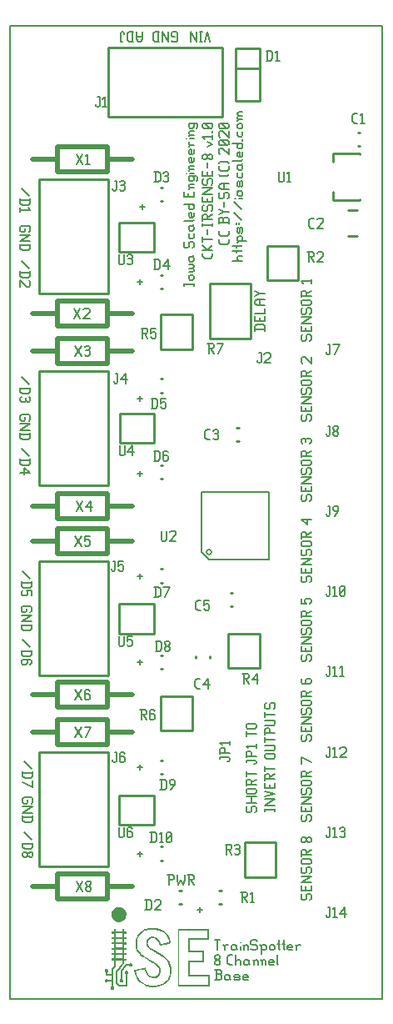
<source format=gbr>
G04 start of page 9 for group -4079 idx -4079 *
G04 Title: (unknown), topsilk *
G04 Creator: pcb 4.0.2 *
G04 CreationDate: Thu Feb 20 20:43:15 2020 UTC *
G04 For: ndholmes *
G04 Format: Gerber/RS-274X *
G04 PCB-Dimensions (mil): 1500.00 3900.00 *
G04 PCB-Coordinate-Origin: lower left *
%MOIN*%
%FSLAX25Y25*%
%LNTOPSILK*%
%ADD60C,0.0200*%
%ADD59C,0.0100*%
%ADD58C,0.0060*%
%ADD57C,0.0080*%
%ADD56C,0.0001*%
G54D56*G36*
X41105Y4104D02*X40709Y4375D01*
X40573Y4820D01*
X40627Y5135D01*
X40823Y5385D01*
X40953Y5499D01*
Y7381D01*
X40280D01*
X39803Y7376D01*
X39607Y7359D01*
X39515Y7235D01*
X39162Y7012D01*
X38734D01*
X38435Y7202D01*
X38251Y7495D01*
X38224Y7826D01*
X38332Y8119D01*
X38549Y8341D01*
X38864Y8461D01*
X39244Y8407D01*
X39553Y8168D01*
X39618Y8070D01*
X40286D01*
X40953Y8065D01*
Y9562D01*
X38620D01*
Y10295D01*
X38615Y11022D01*
X38517Y11092D01*
X38349Y11271D01*
X38240Y11488D01*
X38251Y11922D01*
X38435Y12210D01*
X38723Y12389D01*
X39059Y12421D01*
X39352Y12318D01*
X39575Y12096D01*
X39694Y11776D01*
X39640Y11401D01*
X39401Y11092D01*
X39304Y11022D01*
Y10246D01*
X40953D01*
Y12551D01*
X41419Y13143D01*
X41891Y13734D01*
Y15801D01*
X40980D01*
Y16588D01*
X45364D01*
Y17961D01*
X42548D01*
Y16588D01*
X41891D01*
Y17961D01*
X40980D01*
Y18720D01*
X41881D01*
Y20087D01*
X42564Y20114D01*
X42559Y19452D01*
X42553Y18981D01*
X42564Y18763D01*
X42629Y18753D01*
X42852Y18742D01*
X43286Y18736D01*
X43969Y18731D01*
X45364D01*
Y20114D01*
X42564D01*
X41881Y20087D01*
X40980D01*
Y20847D01*
X41891D01*
X42548Y20874D01*
X45364D01*
Y22247D01*
X42548D01*
Y20874D01*
X41891Y20847D01*
Y22219D01*
X40980D01*
Y22979D01*
X41881D01*
X41891Y24357D01*
X42548Y24400D01*
Y23722D01*
X42553Y23239D01*
X42570Y23022D01*
X42982Y23012D01*
X43969Y23006D01*
X45353D01*
X45358Y23695D01*
Y23711D01*
X45369Y24400D01*
X42548D01*
X41891Y24357D01*
X40980D01*
Y25117D01*
X41881D01*
Y26489D01*
X42564Y26543D01*
X42559Y25887D01*
X42553Y25410D01*
X42564Y25192D01*
X42629Y25182D01*
X42852Y25171D01*
X43286Y25165D01*
X43969Y25160D01*
X45369D01*
X45358Y25854D01*
X45353Y26543D01*
X42564D01*
X41881Y26489D01*
X40980D01*
Y27249D01*
X41891D01*
Y28491D01*
X42548D01*
Y27249D01*
X45364D01*
Y28491D01*
X46053D01*
Y27249D01*
X46964D01*
Y26489D01*
X46053D01*
Y25089D01*
X46964D01*
Y24330D01*
X46053D01*
Y22936D01*
X46964D01*
Y22176D01*
X46053D01*
Y20803D01*
X46964D01*
Y20044D01*
X46053D01*
Y18650D01*
X46964D01*
Y17890D01*
X46053D01*
Y16517D01*
X46964D01*
Y15731D01*
X46053D01*
X46047Y15145D01*
Y14553D01*
X44631Y12763D01*
X43210Y10978D01*
Y6969D01*
X44186Y5992D01*
X46606D01*
Y8114D01*
X46601Y8938D01*
Y9611D01*
X46595Y10067D01*
X46590Y10229D01*
X46465Y10322D01*
X46221Y10788D01*
X46356Y11304D01*
X46932Y11613D01*
X47534Y11342D01*
X47691Y10777D01*
X47393Y10267D01*
X47295Y10197D01*
Y5309D01*
X43904D01*
X42548Y6665D01*
Y11239D01*
X43958Y13018D01*
X45364Y14798D01*
Y15736D01*
X42548D01*
Y13398D01*
X41636Y12248D01*
Y5417D01*
X41702Y5385D01*
X41881Y5216D01*
X42011Y4983D01*
X41978Y4468D01*
X41631Y4088D01*
X41365Y4028D01*
X41105Y4039D01*
Y4104D01*
G37*
G36*
X56947Y5124D02*X55129Y5466D01*
X53545Y6188D01*
X52438Y7066D01*
X51494Y8173D01*
X50632Y9736D01*
X49986Y11591D01*
X49888Y11960D01*
X52308Y12476D01*
X53241Y12676D01*
X54017Y12839D01*
X54543Y12942D01*
X54744Y12975D01*
X54798Y12763D01*
X54847Y12513D01*
X54929Y12177D01*
X55292Y11152D01*
X55807Y10327D01*
X56453Y9719D01*
X57224Y9356D01*
X57462Y9313D01*
X57858Y9296D01*
X58249Y9313D01*
X58504Y9356D01*
X59524Y9942D01*
X60083Y10978D01*
X60137Y11607D01*
X60083Y12204D01*
X60685Y12378D01*
X60723Y10962D01*
X60365Y10012D01*
X59735Y9280D01*
X58878Y8819D01*
X57842Y8651D01*
X56513Y8954D01*
X55444Y9779D01*
X54652Y11022D01*
X54451Y11548D01*
X54305Y12052D01*
X54256Y12221D01*
X54207Y12237D01*
X54055Y12210D01*
X53697Y12134D01*
X53171Y12020D01*
X52541Y11884D01*
X51391Y11640D01*
X50854Y11521D01*
X50691Y11472D01*
Y11439D01*
X50740Y11255D01*
X50865Y10886D01*
X51011Y10479D01*
X51136Y10153D01*
X52134Y8374D01*
X53420Y7045D01*
X54994Y6177D01*
X56865Y5759D01*
X57261Y5748D01*
X57809D01*
X58357Y5764D01*
X58780Y5797D01*
X60110Y6052D01*
X61271Y6486D01*
X62171Y7018D01*
X62925Y7674D01*
X63528Y8455D01*
X63994Y9361D01*
X64222Y10056D01*
X64379Y10842D01*
X64428Y11797D01*
X64379Y12731D01*
X64152Y13718D01*
X63794Y14608D01*
X63273Y15427D01*
X62589Y16208D01*
X61889Y16854D01*
X61081Y17451D01*
X60007Y18112D01*
X58515Y18942D01*
X57370Y19577D01*
X56578Y20055D01*
X56025Y20456D01*
X55596Y20858D01*
X55048Y21644D01*
X54880Y22512D01*
X55026Y23554D01*
X55460Y24368D01*
X56165Y24932D01*
X57120Y25214D01*
X57701Y25231D01*
X58276Y25165D01*
X59046Y24872D01*
X59714Y24346D01*
X60289Y23581D01*
X60783Y22561D01*
X60869Y22361D01*
X60929Y22317D01*
X61092Y22366D01*
X61471Y22469D01*
X61981Y22621D01*
X62567Y22789D01*
X63143Y22957D01*
X63642Y23109D01*
X64000Y23212D01*
X64141Y23256D01*
X64114Y23380D01*
X64027Y23657D01*
X63902Y23999D01*
X63783Y24314D01*
X63105Y25529D01*
X62215Y26533D01*
X61141Y27308D01*
X59887Y27835D01*
X58130Y28138D01*
X56209Y28052D01*
X54462Y27591D01*
X53062Y26755D01*
X52362Y26028D01*
X51820Y25144D01*
X51451Y24118D01*
X51250Y22968D01*
X51223Y22192D01*
X51261Y21482D01*
X51500Y20500D01*
X51939Y19594D01*
X52579Y18753D01*
X53442Y17961D01*
X53984Y17554D01*
X54614Y17141D01*
X55417Y16664D01*
X56502Y16056D01*
X57229Y15655D01*
X57771Y15346D01*
X58195Y15091D01*
X58569Y14852D01*
X60001Y13642D01*
X60685Y12378D01*
X60083Y12204D01*
X59486Y13273D01*
X58227Y14320D01*
X57864Y14553D01*
X57457Y14798D01*
X56941Y15091D01*
X56247Y15470D01*
X54869Y16246D01*
X53854Y16875D01*
X53079Y17440D01*
X52422Y18020D01*
X51673Y18861D01*
X51136Y19745D01*
X50718Y20928D01*
X50588Y22241D01*
X50680Y23527D01*
X50973Y24726D01*
X51733Y26250D01*
X52894Y27433D01*
X54424Y28258D01*
X56296Y28697D01*
X57755Y28779D01*
X59139Y28654D01*
X60414Y28328D01*
X61553Y27802D01*
X62692Y26956D01*
X63631Y25871D01*
X64358Y24569D01*
X64851Y23066D01*
X64911Y22811D01*
X62709Y22171D01*
X61846Y21927D01*
X61141Y21726D01*
X60663Y21596D01*
X60484Y21552D01*
X60408Y21753D01*
X60180Y22355D01*
X59920Y22930D01*
X59160Y23999D01*
X58211Y24531D01*
X57576Y24596D01*
X56925Y24547D01*
X56068Y24075D01*
X55731Y23614D01*
X55547Y23017D01*
X55509Y22534D01*
X55547Y22122D01*
X55894Y21471D01*
X56621Y20803D01*
X56974Y20559D01*
X57413Y20283D01*
X57988Y19957D01*
X58759Y19534D01*
X59627Y19062D01*
X60310Y18677D01*
X60869Y18346D01*
X61347Y18037D01*
X62573Y17109D01*
X63539Y16121D01*
X64266Y15069D01*
X64754Y13929D01*
X65030Y12557D01*
X65036Y11125D01*
X64781Y9725D01*
X64271Y8461D01*
X63474Y7343D01*
X62432Y6432D01*
X61162Y5754D01*
X59697Y5309D01*
X58319Y5135D01*
X56947Y5130D01*
Y5124D01*
G37*
G36*
X67532Y16930D02*X68172Y16935D01*
X68166Y6036D01*
X79592D01*
Y9193D01*
X71818D01*
Y15714D01*
X77503D01*
Y18883D01*
X71818D01*
Y24666D01*
X79278D01*
Y27835D01*
X68183D01*
X68172Y16935D01*
X67532Y16930D01*
Y28459D01*
X79912D01*
Y24048D01*
X72452D01*
Y19528D01*
X78133D01*
Y15118D01*
X72469D01*
X72458Y12486D01*
X72452Y9855D01*
X80216D01*
Y5417D01*
X67532D01*
Y16930D01*
G37*
G36*
X44669Y7018D02*X44387Y7207D01*
X44208Y7495D01*
X44203Y7929D01*
X44430Y8282D01*
X44561Y8374D01*
X44572Y8835D01*
X44577Y9947D01*
Y11521D01*
X45673Y12899D01*
X46763Y14282D01*
X48093D01*
X48179Y14402D01*
X48407Y14597D01*
X48559Y14662D01*
X48765Y14673D01*
X48966Y14667D01*
X49118Y14597D01*
X49340Y14407D01*
X49476Y14163D01*
X49492Y13881D01*
X49427Y13609D01*
X49151Y13322D01*
X48765Y13208D01*
X48207Y13457D01*
X48082Y13593D01*
X47094D01*
X46177Y12438D01*
X45266Y11282D01*
Y8385D01*
X45369Y8314D01*
X45629Y7918D01*
X45597Y7419D01*
X45212Y7045D01*
X44669Y7012D01*
Y7018D01*
G37*
G36*
X43503Y31177D02*X42618Y31464D01*
X41853Y32023D01*
X41305Y32755D01*
X41018Y33618D01*
X40980Y34258D01*
X41061Y34877D01*
X41371Y35642D01*
X41891Y36293D01*
X42738Y36868D01*
X43709Y37111D01*
X44718Y37024D01*
X45662Y36597D01*
X46215Y36092D01*
X46639Y35474D01*
X46872Y34790D01*
X46942Y34063D01*
X46834Y33336D01*
X46568Y32663D01*
X46161Y32115D01*
X45646Y31670D01*
X45044Y31350D01*
X44393Y31177D01*
X43942Y31155D01*
X43503Y31177D01*
G37*
G54D57*X500Y389500D02*X149500D01*
Y500D01*
X500D01*
Y389500D01*
G54D58*X5000Y324500D02*X8000Y321500D01*
X4500Y319800D02*X8500D01*
Y318500D02*X7800Y317800D01*
X5200D02*X7800D01*
X4500Y318500D02*X5200Y317800D01*
X4500Y320300D02*Y318500D01*
X8500Y320300D02*Y318500D01*
X7700Y316600D02*X8500Y315800D01*
X4500D02*X8500D01*
X4500Y316600D02*Y315100D01*
X8500Y307500D02*X8000Y307000D01*
X8500Y309000D02*Y307500D01*
X8000Y309500D02*X8500Y309000D01*
X5000Y309500D02*X8000D01*
X5000D02*X4500Y309000D01*
Y307500D01*
X5000Y307000D01*
X6000D01*
X6500Y307500D02*X6000Y307000D01*
X6500Y308500D02*Y307500D01*
X4500Y305800D02*X8500D01*
X4500Y303300D01*
X8500D01*
X4500Y301600D02*X8500D01*
Y300300D02*X7800Y299600D01*
X5200D02*X7800D01*
X4500Y300300D02*X5200Y299600D01*
X4500Y302100D02*Y300300D01*
X8500Y302100D02*Y300300D01*
X5000Y295500D02*X8000Y292500D01*
X4500Y290800D02*X8500D01*
Y289500D02*X7800Y288800D01*
X5200D02*X7800D01*
X4500Y289500D02*X5200Y288800D01*
X4500Y291300D02*Y289500D01*
X8500Y291300D02*Y289500D01*
X8000Y287600D02*X8500Y287100D01*
Y285600D01*
X8000Y285100D01*
X7000D02*X8000D01*
X4500Y287600D02*X7000Y285100D01*
X4500Y287600D02*Y285100D01*
X51500Y287000D02*X53500D01*
X52500Y288000D02*Y286000D01*
X117000Y233500D02*X117500Y234000D01*
X117000Y233500D02*Y232000D01*
X117500Y231500D02*X117000Y232000D01*
X117500Y231500D02*X118500D01*
X119000Y232000D01*
Y233500D02*Y232000D01*
Y233500D02*X119500Y234000D01*
X120500D01*
X121000Y233500D02*X120500Y234000D01*
X121000Y233500D02*Y232000D01*
X120500Y231500D02*X121000Y232000D01*
X118800Y236700D02*Y235200D01*
X121000Y237200D02*Y235200D01*
X117000D02*X121000D01*
X117000Y237200D02*Y235200D01*
Y238400D02*X121000D01*
X117000D02*X121000Y240900D01*
X117000D02*X121000D01*
X117000Y244100D02*X117500Y244600D01*
X117000Y244100D02*Y242600D01*
X117500Y242100D02*X117000Y242600D01*
X117500Y242100D02*X118500D01*
X119000Y242600D01*
Y244100D02*Y242600D01*
Y244100D02*X119500Y244600D01*
X120500D01*
X121000Y244100D02*X120500Y244600D01*
X121000Y244100D02*Y242600D01*
X120500Y242100D02*X121000Y242600D01*
X117500Y245800D02*X120500D01*
X117500D02*X117000Y246300D01*
Y247300D02*Y246300D01*
Y247300D02*X117500Y247800D01*
X120500D01*
X121000Y247300D02*X120500Y247800D01*
X121000Y247300D02*Y246300D01*
X120500Y245800D02*X121000Y246300D01*
X117000Y251000D02*Y249000D01*
Y251000D02*X117500Y251500D01*
X118500D01*
X119000Y251000D02*X118500Y251500D01*
X119000Y251000D02*Y249500D01*
X117000D02*X121000D01*
X119000Y250300D02*X121000Y251500D01*
X117500Y254500D02*X117000Y255000D01*
Y256500D02*Y255000D01*
Y256500D02*X117500Y257000D01*
X118500D01*
X121000Y254500D02*X118500Y257000D01*
X121000D02*Y254500D01*
X98500Y268000D02*X102500D01*
X98500Y269300D02*X99200Y270000D01*
X101800D01*
X102500Y269300D02*X101800Y270000D01*
X102500Y269300D02*Y267500D01*
X98500Y269300D02*Y267500D01*
X100300Y272700D02*Y271200D01*
X102500Y273200D02*Y271200D01*
X98500D02*X102500D01*
X98500Y273200D02*Y271200D01*
Y274400D02*X102500D01*
Y276400D02*Y274400D01*
X99500Y277600D02*X102500D01*
X99500D02*X98500Y278300D01*
Y279400D02*Y278300D01*
Y279400D02*X99500Y280100D01*
X102500D01*
X100500D02*Y277600D01*
X98500Y281300D02*X100500Y282300D01*
X98500Y283300D01*
X100500Y282300D02*X102500D01*
X117000Y265500D02*X117500Y266000D01*
X117000Y265500D02*Y264000D01*
X117500Y263500D02*X117000Y264000D01*
X117500Y263500D02*X118500D01*
X119000Y264000D01*
Y265500D02*Y264000D01*
Y265500D02*X119500Y266000D01*
X120500D01*
X121000Y265500D02*X120500Y266000D01*
X121000Y265500D02*Y264000D01*
X120500Y263500D02*X121000Y264000D01*
X118800Y268700D02*Y267200D01*
X121000Y269200D02*Y267200D01*
X117000D02*X121000D01*
X117000Y269200D02*Y267200D01*
Y270400D02*X121000D01*
X117000D02*X121000Y272900D01*
X117000D02*X121000D01*
X117000Y276100D02*X117500Y276600D01*
X117000Y276100D02*Y274600D01*
X117500Y274100D02*X117000Y274600D01*
X117500Y274100D02*X118500D01*
X119000Y274600D01*
Y276100D02*Y274600D01*
Y276100D02*X119500Y276600D01*
X120500D01*
X121000Y276100D02*X120500Y276600D01*
X121000Y276100D02*Y274600D01*
X120500Y274100D02*X121000Y274600D01*
X117500Y277800D02*X120500D01*
X117500D02*X117000Y278300D01*
Y279300D02*Y278300D01*
Y279300D02*X117500Y279800D01*
X120500D01*
X121000Y279300D02*X120500Y279800D01*
X121000Y279300D02*Y278300D01*
X120500Y277800D02*X121000Y278300D01*
X117000Y283000D02*Y281000D01*
Y283000D02*X117500Y283500D01*
X118500D01*
X119000Y283000D02*X118500Y283500D01*
X119000Y283000D02*Y281500D01*
X117000D02*X121000D01*
X119000Y282300D02*X121000Y283500D01*
X117800Y286500D02*X117000Y287300D01*
X121000D01*
Y288000D02*Y286500D01*
X51500Y240500D02*X53500D01*
X52500Y241500D02*Y239500D01*
X80500Y383000D02*X79500Y387000D01*
X78500Y383000D01*
X76300D02*X77300D01*
X76800Y387000D02*Y383000D01*
X76300Y387000D02*X77300D01*
X75100D02*Y383000D01*
X72600Y387000D01*
Y383000D01*
X65500D02*X65000Y383500D01*
X65500Y383000D02*X67000D01*
X67500Y383500D02*X67000Y383000D01*
X67500Y386500D02*Y383500D01*
Y386500D02*X67000Y387000D01*
X65500D02*X67000D01*
X65500D02*X65000Y386500D01*
Y385500D01*
X65500Y385000D02*X65000Y385500D01*
X65500Y385000D02*X66500D01*
X63800Y387000D02*Y383000D01*
X61300Y387000D01*
Y383000D01*
X59600Y387000D02*Y383000D01*
X58300D02*X57600Y383700D01*
Y386300D02*Y383700D01*
X58300Y387000D02*X57600Y386300D01*
X58300Y387000D02*X60100D01*
X58300Y383000D02*X60100D01*
X53500Y387000D02*Y384000D01*
X52800Y383000D01*
X51700D02*X52800D01*
X51700D02*X51000Y384000D01*
Y387000D02*Y384000D01*
Y385000D02*X53500D01*
X49300Y387000D02*Y383000D01*
X48000D02*X47300Y383700D01*
Y386300D02*Y383700D01*
X48000Y387000D02*X47300Y386300D01*
X48000Y387000D02*X49800D01*
X48000Y383000D02*X49800D01*
X44600D02*X45400D01*
X44600Y386500D02*Y383000D01*
X45100Y387000D02*X44600Y386500D01*
X45100Y387000D02*X45600D01*
X46100Y386500D02*X45600Y387000D01*
X46100Y386500D02*Y386000D01*
X52500Y317000D02*X54500D01*
X53500Y318000D02*Y316000D01*
X81500Y298500D02*Y297200D01*
X80800Y296500D02*X81500Y297200D01*
X78200Y296500D02*X80800D01*
X78200D02*X77500Y297200D01*
Y298500D02*Y297200D01*
Y299700D02*X81500D01*
X79500D02*X77500Y301700D01*
X79500Y299700D02*X81500Y301700D01*
X77500Y304900D02*Y302900D01*
Y303900D02*X81500D01*
X79500Y308100D02*Y306100D01*
X77500Y310300D02*Y309300D01*
Y309800D02*X81500D01*
Y310300D02*Y309300D01*
X77500Y313500D02*Y311500D01*
Y313500D02*X78000Y314000D01*
X79000D01*
X79500Y313500D02*X79000Y314000D01*
X79500Y313500D02*Y312000D01*
X77500D02*X81500D01*
X79500Y312800D02*X81500Y314000D01*
X77500Y317200D02*X78000Y317700D01*
X77500Y317200D02*Y315700D01*
X78000Y315200D02*X77500Y315700D01*
X78000Y315200D02*X79000D01*
X79500Y315700D01*
Y317200D02*Y315700D01*
Y317200D02*X80000Y317700D01*
X81000D01*
X81500Y317200D02*X81000Y317700D01*
X81500Y317200D02*Y315700D01*
X81000Y315200D02*X81500Y315700D01*
X79300Y320400D02*Y318900D01*
X81500Y320900D02*Y318900D01*
X77500D02*X81500D01*
X77500Y320900D02*Y318900D01*
Y322100D02*X81500D01*
X77500D02*X81500Y324600D01*
X77500D02*X81500D01*
X77500Y327800D02*X78000Y328300D01*
X77500Y327800D02*Y326300D01*
X78000Y325800D02*X77500Y326300D01*
X78000Y325800D02*X79000D01*
X79500Y326300D01*
Y327800D02*Y326300D01*
Y327800D02*X80000Y328300D01*
X81000D01*
X81500Y327800D02*X81000Y328300D01*
X81500Y327800D02*Y326300D01*
X81000Y325800D02*X81500Y326300D01*
X79300Y331000D02*Y329500D01*
X81500Y331500D02*Y329500D01*
X77500D02*X81500D01*
X77500Y331500D02*Y329500D01*
X79500Y334700D02*Y332700D01*
X81000Y335900D02*X81500Y336400D01*
X80200Y335900D02*X81000D01*
X80200D02*X79500Y336600D01*
Y337200D02*Y336600D01*
Y337200D02*X80200Y337900D01*
X81000D01*
X81500Y337400D02*X81000Y337900D01*
X81500Y337400D02*Y336400D01*
X78800Y335900D02*X79500Y336600D01*
X78000Y335900D02*X78800D01*
X78000D02*X77500Y336400D01*
Y337400D02*Y336400D01*
Y337400D02*X78000Y337900D01*
X78800D01*
X79500Y337200D02*X78800Y337900D01*
X79500Y340900D02*X81500Y341900D01*
X79500Y342900D02*X81500Y341900D01*
X78300Y344100D02*X77500Y344900D01*
X81500D01*
Y345600D02*Y344100D01*
Y347300D02*Y346800D01*
X81000Y348500D02*X81500Y349000D01*
X78000Y348500D02*X81000D01*
X78000D02*X77500Y349000D01*
Y350000D02*Y349000D01*
Y350000D02*X78000Y350500D01*
X81000D01*
X81500Y350000D02*X81000Y350500D01*
X81500Y350000D02*Y349000D01*
X80500Y348500D02*X78500Y350500D01*
X88000Y304000D02*Y302700D01*
X87300Y302000D02*X88000Y302700D01*
X84700Y302000D02*X87300D01*
X84700D02*X84000Y302700D01*
Y304000D02*Y302700D01*
X88000Y307200D02*Y305900D01*
X87300Y305200D02*X88000Y305900D01*
X84700Y305200D02*X87300D01*
X84700D02*X84000Y305900D01*
Y307200D02*Y305900D01*
X88000Y312200D02*Y310200D01*
Y312200D02*X87500Y312700D01*
X86300D02*X87500D01*
X85800Y312200D02*X86300Y312700D01*
X85800Y312200D02*Y310700D01*
X84000D02*X88000D01*
X84000Y312200D02*Y310200D01*
Y312200D02*X84500Y312700D01*
X85300D01*
X85800Y312200D02*X85300Y312700D01*
X84000Y313900D02*X86000Y314900D01*
X84000Y315900D01*
X86000Y314900D02*X88000D01*
X86000Y319100D02*Y317100D01*
X84000Y322300D02*X84500Y322800D01*
X84000Y322300D02*Y320800D01*
X84500Y320300D02*X84000Y320800D01*
X84500Y320300D02*X85500D01*
X86000Y320800D01*
Y322300D02*Y320800D01*
Y322300D02*X86500Y322800D01*
X87500D01*
X88000Y322300D02*X87500Y322800D01*
X88000Y322300D02*Y320800D01*
X87500Y320300D02*X88000Y320800D01*
X85000Y324000D02*X88000D01*
X85000D02*X84000Y324700D01*
Y325800D02*Y324700D01*
Y325800D02*X85000Y326500D01*
X88000D01*
X86000D02*Y324000D01*
X87500Y329500D02*X88000Y330000D01*
X84500Y329500D02*X84000Y330000D01*
X84500Y329500D02*X87500D01*
X88000Y333200D02*Y331900D01*
X87300Y331200D02*X88000Y331900D01*
X84700Y331200D02*X87300D01*
X84700D02*X84000Y331900D01*
Y333200D02*Y331900D01*
Y334400D02*X84500Y334900D01*
X87500D01*
X88000Y334400D02*X87500Y334900D01*
X84500Y337900D02*X84000Y338400D01*
Y339900D02*Y338400D01*
Y339900D02*X84500Y340400D01*
X85500D01*
X88000Y337900D02*X85500Y340400D01*
X88000D02*Y337900D01*
X87500Y341600D02*X88000Y342100D01*
X84500Y341600D02*X87500D01*
X84500D02*X84000Y342100D01*
Y343100D02*Y342100D01*
Y343100D02*X84500Y343600D01*
X87500D01*
X88000Y343100D02*X87500Y343600D01*
X88000Y343100D02*Y342100D01*
X87000Y341600D02*X85000Y343600D01*
X84500Y344800D02*X84000Y345300D01*
Y346800D02*Y345300D01*
Y346800D02*X84500Y347300D01*
X85500D01*
X88000Y344800D02*X85500Y347300D01*
X88000D02*Y344800D01*
X87500Y348500D02*X88000Y349000D01*
X84500Y348500D02*X87500D01*
X84500D02*X84000Y349000D01*
Y350000D02*Y349000D01*
Y350000D02*X84500Y350500D01*
X87500D01*
X88000Y350000D02*X87500Y350500D01*
X88000Y350000D02*Y349000D01*
X87000Y348500D02*X85000Y350500D01*
X89500Y295500D02*X93500D01*
X92000D02*X91500Y296000D01*
Y297000D02*Y296000D01*
Y297000D02*X92000Y297500D01*
X93500D01*
X89500Y299200D02*X93000D01*
X93500Y299700D01*
X91000D02*Y298700D01*
X89500Y301200D02*X93000D01*
X93500Y301700D01*
X91000D02*Y300700D01*
X92000Y303200D02*X95000D01*
X91500Y302700D02*X92000Y303200D01*
X91500Y303700D01*
Y304700D02*Y303700D01*
Y304700D02*X92000Y305200D01*
X93000D01*
X93500Y304700D02*X93000Y305200D01*
X93500Y304700D02*Y303700D01*
X93000Y303200D02*X93500Y303700D01*
Y308400D02*Y306900D01*
Y308400D02*X93000Y308900D01*
X92500Y308400D02*X93000Y308900D01*
X92500Y308400D02*Y306900D01*
X92000Y306400D02*X92500Y306900D01*
X92000Y306400D02*X91500Y306900D01*
Y308400D02*Y306900D01*
Y308400D02*X92000Y308900D01*
X93000Y306400D02*X93500Y306900D01*
X91000Y310600D02*Y310100D01*
X92000Y310600D02*Y310100D01*
X93000Y311800D02*X90000Y314800D01*
X93000Y316000D02*X90000Y319000D01*
X90500Y320200D02*X90600D01*
X92000D02*X93500D01*
X91500Y322700D02*X92000Y323200D01*
X91500Y322700D02*Y321700D01*
X92000Y321200D02*X91500Y321700D01*
X92000Y321200D02*X93000D01*
X93500Y321700D01*
X91500Y323200D02*X93000D01*
X93500Y323700D01*
Y322700D02*Y321700D01*
Y322700D02*X93000Y323200D01*
X93500Y326900D02*Y325400D01*
Y326900D02*X93000Y327400D01*
X92500Y326900D02*X93000Y327400D01*
X92500Y326900D02*Y325400D01*
X92000Y324900D02*X92500Y325400D01*
X92000Y324900D02*X91500Y325400D01*
Y326900D02*Y325400D01*
Y326900D02*X92000Y327400D01*
X93000Y324900D02*X93500Y325400D01*
X91500Y330600D02*Y329100D01*
X92000Y328600D02*X91500Y329100D01*
X92000Y328600D02*X93000D01*
X93500Y329100D01*
Y330600D02*Y329100D01*
X91500Y333300D02*X92000Y333800D01*
X91500Y333300D02*Y332300D01*
X92000Y331800D02*X91500Y332300D01*
X92000Y331800D02*X93000D01*
X93500Y332300D01*
X91500Y333800D02*X93000D01*
X93500Y334300D01*
Y333300D02*Y332300D01*
Y333300D02*X93000Y333800D01*
X89500Y335500D02*X93000D01*
X93500Y336000D01*
Y339000D02*Y337500D01*
X93000Y337000D02*X93500Y337500D01*
X92000Y337000D02*X93000D01*
X92000D02*X91500Y337500D01*
Y338500D02*Y337500D01*
Y338500D02*X92000Y339000D01*
X92500D02*Y337000D01*
X92000Y339000D02*X92500D01*
X89500Y342200D02*X93500D01*
Y341700D02*X93000Y342200D01*
X93500Y341700D02*Y340700D01*
X93000Y340200D02*X93500Y340700D01*
X92000Y340200D02*X93000D01*
X92000D02*X91500Y340700D01*
Y341700D02*Y340700D01*
Y341700D02*X92000Y342200D01*
X93500Y343900D02*Y343400D01*
X91500Y347100D02*Y345600D01*
X92000Y345100D02*X91500Y345600D01*
X92000Y345100D02*X93000D01*
X93500Y345600D01*
Y347100D02*Y345600D01*
X92000Y348300D02*X93000D01*
X92000D02*X91500Y348800D01*
Y349800D02*Y348800D01*
Y349800D02*X92000Y350300D01*
X93000D01*
X93500Y349800D02*X93000Y350300D01*
X93500Y349800D02*Y348800D01*
X93000Y348300D02*X93500Y348800D01*
X92000Y352000D02*X93500D01*
X92000D02*X91500Y352500D01*
Y353000D02*Y352500D01*
Y353000D02*X92000Y353500D01*
X93500D01*
X92000D02*X91500Y354000D01*
Y354500D02*Y354000D01*
Y354500D02*X92000Y355000D01*
X93500D01*
X91500Y351500D02*X92000Y352000D01*
X70000Y286500D02*Y285500D01*
Y286000D02*X74000D01*
Y286500D02*Y285500D01*
X72500Y287700D02*X73500D01*
X72500D02*X72000Y288200D01*
Y289200D02*Y288200D01*
Y289200D02*X72500Y289700D01*
X73500D01*
X74000Y289200D02*X73500Y289700D01*
X74000Y289200D02*Y288200D01*
X73500Y287700D02*X74000Y288200D01*
X72000Y290900D02*X73500D01*
X74000Y291400D01*
Y291900D02*Y291400D01*
Y291900D02*X73500Y292400D01*
X72000D02*X73500D01*
X74000Y292900D01*
Y293400D02*Y292900D01*
Y293400D02*X73500Y293900D01*
X72000D02*X73500D01*
X72000Y296600D02*X72500Y297100D01*
X72000Y296600D02*Y295600D01*
X72500Y295100D02*X72000Y295600D01*
X72500Y295100D02*X73500D01*
X74000Y295600D01*
X72000Y297100D02*X73500D01*
X74000Y297600D01*
Y296600D02*Y295600D01*
Y296600D02*X73500Y297100D01*
X70000Y302600D02*X70500Y303100D01*
X70000Y302600D02*Y301100D01*
X70500Y300600D02*X70000Y301100D01*
X70500Y300600D02*X71500D01*
X72000Y301100D01*
Y302600D02*Y301100D01*
Y302600D02*X72500Y303100D01*
X73500D01*
X74000Y302600D02*X73500Y303100D01*
X74000Y302600D02*Y301100D01*
X73500Y300600D02*X74000Y301100D01*
X72000Y306300D02*Y304800D01*
X72500Y304300D02*X72000Y304800D01*
X72500Y304300D02*X73500D01*
X74000Y304800D01*
Y306300D02*Y304800D01*
X72000Y309000D02*X72500Y309500D01*
X72000Y309000D02*Y308000D01*
X72500Y307500D02*X72000Y308000D01*
X72500Y307500D02*X73500D01*
X74000Y308000D01*
X72000Y309500D02*X73500D01*
X74000Y310000D01*
Y309000D02*Y308000D01*
Y309000D02*X73500Y309500D01*
X70000Y311200D02*X73500D01*
X74000Y311700D01*
Y314700D02*Y313200D01*
X73500Y312700D02*X74000Y313200D01*
X72500Y312700D02*X73500D01*
X72500D02*X72000Y313200D01*
Y314200D02*Y313200D01*
Y314200D02*X72500Y314700D01*
X73000D02*Y312700D01*
X72500Y314700D02*X73000D01*
X70000Y317900D02*X74000D01*
Y317400D02*X73500Y317900D01*
X74000Y317400D02*Y316400D01*
X73500Y315900D02*X74000Y316400D01*
X72500Y315900D02*X73500D01*
X72500D02*X72000Y316400D01*
Y317400D02*Y316400D01*
Y317400D02*X72500Y317900D01*
X71800Y322400D02*Y320900D01*
X74000Y322900D02*Y320900D01*
X70000D02*X74000D01*
X70000Y322900D02*Y320900D01*
X72500Y324600D02*X74000D01*
X72500D02*X72000Y325100D01*
Y325600D02*Y325100D01*
Y325600D02*X72500Y326100D01*
X74000D01*
X72000Y324100D02*X72500Y324600D01*
X72000Y328800D02*X72500Y329300D01*
X72000Y328800D02*Y327800D01*
X72500Y327300D02*X72000Y327800D01*
X72500Y327300D02*X73500D01*
X74000Y327800D01*
Y328800D02*Y327800D01*
Y328800D02*X73500Y329300D01*
X75000Y327300D02*X75500Y327800D01*
Y328800D02*Y327800D01*
Y328800D02*X75000Y329300D01*
X72000D02*X75000D01*
X71000Y330500D02*X71100D01*
X72500D02*X74000D01*
X72500Y332000D02*X74000D01*
X72500D02*X72000Y332500D01*
Y333000D02*Y332500D01*
Y333000D02*X72500Y333500D01*
X74000D01*
X72000Y331500D02*X72500Y332000D01*
X74000Y336700D02*Y335200D01*
X73500Y334700D02*X74000Y335200D01*
X72500Y334700D02*X73500D01*
X72500D02*X72000Y335200D01*
Y336200D02*Y335200D01*
Y336200D02*X72500Y336700D01*
X73000D02*Y334700D01*
X72500Y336700D02*X73000D01*
X74000Y339900D02*Y338400D01*
X73500Y337900D02*X74000Y338400D01*
X72500Y337900D02*X73500D01*
X72500D02*X72000Y338400D01*
Y339400D02*Y338400D01*
Y339400D02*X72500Y339900D01*
X73000D02*Y337900D01*
X72500Y339900D02*X73000D01*
X72500Y341600D02*X74000D01*
X72500D02*X72000Y342100D01*
Y343100D02*Y342100D01*
Y341100D02*X72500Y341600D01*
X71000Y344300D02*X71100D01*
X72500D02*X74000D01*
X72500Y345800D02*X74000D01*
X72500D02*X72000Y346300D01*
Y346800D02*Y346300D01*
Y346800D02*X72500Y347300D01*
X74000D01*
X72000Y345300D02*X72500Y345800D01*
X72000Y350000D02*X72500Y350500D01*
X72000Y350000D02*Y349000D01*
X72500Y348500D02*X72000Y349000D01*
X72500Y348500D02*X73500D01*
X74000Y349000D01*
Y350000D02*Y349000D01*
Y350000D02*X73500Y350500D01*
X75000Y348500D02*X75500Y349000D01*
Y350000D02*Y349000D01*
Y350000D02*X75000Y350500D01*
X72000D02*X75000D01*
X8500Y232000D02*X8000Y231500D01*
X8500Y233500D02*Y232000D01*
X8000Y234000D02*X8500Y233500D01*
X5000Y234000D02*X8000D01*
X5000D02*X4500Y233500D01*
Y232000D01*
X5000Y231500D01*
X6000D01*
X6500Y232000D02*X6000Y231500D01*
X6500Y233000D02*Y232000D01*
X4500Y230300D02*X8500D01*
X4500Y227800D01*
X8500D01*
X4500Y226100D02*X8500D01*
Y224800D02*X7800Y224100D01*
X5200D02*X7800D01*
X4500Y224800D02*X5200Y224100D01*
X4500Y226600D02*Y224800D01*
X8500Y226600D02*Y224800D01*
X5000Y249000D02*X8000Y246000D01*
X4500Y244300D02*X8500D01*
Y243000D02*X7800Y242300D01*
X5200D02*X7800D01*
X4500Y243000D02*X5200Y242300D01*
X4500Y244800D02*Y243000D01*
X8500Y244800D02*Y243000D01*
X8000Y241100D02*X8500Y240600D01*
Y239600D01*
X8000Y239100D01*
X4500Y239600D02*X5000Y239100D01*
X4500Y240600D02*Y239600D01*
X5000Y241100D02*X4500Y240600D01*
X6700D02*Y239600D01*
X7200Y239100D02*X8000D01*
X5000D02*X6200D01*
X6700Y239600D01*
X7200Y239100D02*X6700Y239600D01*
X5000Y220500D02*X8000Y217500D01*
X4500Y215800D02*X8500D01*
Y214500D02*X7800Y213800D01*
X5200D02*X7800D01*
X4500Y214500D02*X5200Y213800D01*
X4500Y216300D02*Y214500D01*
X8500Y216300D02*Y214500D01*
X6000Y212600D02*X8500Y210600D01*
X6000Y212600D02*Y210100D01*
X4500Y210600D02*X8500D01*
X9000Y155500D02*X8500Y155000D01*
X9000Y157000D02*Y155500D01*
X8500Y157500D02*X9000Y157000D01*
X5500Y157500D02*X8500D01*
X5500D02*X5000Y157000D01*
Y155500D01*
X5500Y155000D01*
X6500D01*
X7000Y155500D02*X6500Y155000D01*
X7000Y156500D02*Y155500D01*
X5000Y153800D02*X9000D01*
X5000Y151300D01*
X9000D01*
X5000Y149600D02*X9000D01*
Y148300D02*X8300Y147600D01*
X5700D02*X8300D01*
X5000Y148300D02*X5700Y147600D01*
X5000Y150100D02*Y148300D01*
X9000Y150100D02*Y148300D01*
X5500Y171500D02*X8500Y168500D01*
X5000Y166800D02*X9000D01*
Y165500D02*X8300Y164800D01*
X5700D02*X8300D01*
X5000Y165500D02*X5700Y164800D01*
X5000Y167300D02*Y165500D01*
X9000Y167300D02*Y165500D01*
Y163600D02*Y161600D01*
X7000Y163600D02*X9000D01*
X7000D02*X7500Y163100D01*
Y162100D01*
X7000Y161600D01*
X5500D02*X7000D01*
X5000Y162100D02*X5500Y161600D01*
X5000Y163100D02*Y162100D01*
X5500Y163600D02*X5000Y163100D01*
X51500Y210500D02*X53500D01*
X52500Y211500D02*Y209500D01*
X5500Y144000D02*X8500Y141000D01*
X5000Y139300D02*X9000D01*
Y138000D02*X8300Y137300D01*
X5700D02*X8300D01*
X5000Y138000D02*X5700Y137300D01*
X5000Y139800D02*Y138000D01*
X9000Y139800D02*Y138000D01*
Y134600D02*X8500Y134100D01*
X9000Y135600D02*Y134600D01*
X8500Y136100D02*X9000Y135600D01*
X5500Y136100D02*X8500D01*
X5500D02*X5000Y135600D01*
X7200Y134600D02*X6700Y134100D01*
X7200Y136100D02*Y134600D01*
X5000Y135600D02*Y134600D01*
X5500Y134100D01*
X6700D01*
X51500Y135000D02*X53500D01*
X52500Y136000D02*Y134000D01*
X51500Y169500D02*X53500D01*
X52500Y170500D02*Y168500D01*
X117000Y105500D02*X117500Y106000D01*
X117000Y105500D02*Y104000D01*
X117500Y103500D02*X117000Y104000D01*
X117500Y103500D02*X118500D01*
X119000Y104000D01*
Y105500D02*Y104000D01*
Y105500D02*X119500Y106000D01*
X120500D01*
X121000Y105500D02*X120500Y106000D01*
X121000Y105500D02*Y104000D01*
X120500Y103500D02*X121000Y104000D01*
X118800Y108700D02*Y107200D01*
X121000Y109200D02*Y107200D01*
X117000D02*X121000D01*
X117000Y109200D02*Y107200D01*
Y110400D02*X121000D01*
X117000D02*X121000Y112900D01*
X117000D02*X121000D01*
X117000Y116100D02*X117500Y116600D01*
X117000Y116100D02*Y114600D01*
X117500Y114100D02*X117000Y114600D01*
X117500Y114100D02*X118500D01*
X119000Y114600D01*
Y116100D02*Y114600D01*
Y116100D02*X119500Y116600D01*
X120500D01*
X121000Y116100D02*X120500Y116600D01*
X121000Y116100D02*Y114600D01*
X120500Y114100D02*X121000Y114600D01*
X117500Y117800D02*X120500D01*
X117500D02*X117000Y118300D01*
Y119300D02*Y118300D01*
Y119300D02*X117500Y119800D01*
X120500D01*
X121000Y119300D02*X120500Y119800D01*
X121000Y119300D02*Y118300D01*
X120500Y117800D02*X121000Y118300D01*
X117000Y123000D02*Y121000D01*
Y123000D02*X117500Y123500D01*
X118500D01*
X119000Y123000D02*X118500Y123500D01*
X119000Y123000D02*Y121500D01*
X117000D02*X121000D01*
X119000Y122300D02*X121000Y123500D01*
X117000Y128000D02*X117500Y128500D01*
X117000Y128000D02*Y127000D01*
X117500Y126500D02*X117000Y127000D01*
X117500Y126500D02*X120500D01*
X121000Y127000D01*
X118800Y128000D02*X119300Y128500D01*
X118800Y128000D02*Y126500D01*
X121000Y128000D02*Y127000D01*
Y128000D02*X120500Y128500D01*
X119300D02*X120500D01*
X117000Y137500D02*X117500Y138000D01*
X117000Y137500D02*Y136000D01*
X117500Y135500D02*X117000Y136000D01*
X117500Y135500D02*X118500D01*
X119000Y136000D01*
Y137500D02*Y136000D01*
Y137500D02*X119500Y138000D01*
X120500D01*
X121000Y137500D02*X120500Y138000D01*
X121000Y137500D02*Y136000D01*
X120500Y135500D02*X121000Y136000D01*
X118800Y140700D02*Y139200D01*
X121000Y141200D02*Y139200D01*
X117000D02*X121000D01*
X117000Y141200D02*Y139200D01*
Y142400D02*X121000D01*
X117000D02*X121000Y144900D01*
X117000D02*X121000D01*
X117000Y148100D02*X117500Y148600D01*
X117000Y148100D02*Y146600D01*
X117500Y146100D02*X117000Y146600D01*
X117500Y146100D02*X118500D01*
X119000Y146600D01*
Y148100D02*Y146600D01*
Y148100D02*X119500Y148600D01*
X120500D01*
X121000Y148100D02*X120500Y148600D01*
X121000Y148100D02*Y146600D01*
X120500Y146100D02*X121000Y146600D01*
X117500Y149800D02*X120500D01*
X117500D02*X117000Y150300D01*
Y151300D02*Y150300D01*
Y151300D02*X117500Y151800D01*
X120500D01*
X121000Y151300D02*X120500Y151800D01*
X121000Y151300D02*Y150300D01*
X120500Y149800D02*X121000Y150300D01*
X117000Y155000D02*Y153000D01*
Y155000D02*X117500Y155500D01*
X118500D01*
X119000Y155000D02*X118500Y155500D01*
X119000Y155000D02*Y153500D01*
X117000D02*X121000D01*
X119000Y154300D02*X121000Y155500D01*
X117000Y160500D02*Y158500D01*
X119000D01*
X118500Y159000D01*
Y160000D02*Y159000D01*
Y160000D02*X119000Y160500D01*
X120500D01*
X121000Y160000D02*X120500Y160500D01*
X121000Y160000D02*Y159000D01*
X120500Y158500D02*X121000Y159000D01*
X117000Y169000D02*X117500Y169500D01*
X117000Y169000D02*Y167500D01*
X117500Y167000D02*X117000Y167500D01*
X117500Y167000D02*X118500D01*
X119000Y167500D01*
Y169000D02*Y167500D01*
Y169000D02*X119500Y169500D01*
X120500D01*
X121000Y169000D02*X120500Y169500D01*
X121000Y169000D02*Y167500D01*
X120500Y167000D02*X121000Y167500D01*
X118800Y172200D02*Y170700D01*
X121000Y172700D02*Y170700D01*
X117000D02*X121000D01*
X117000Y172700D02*Y170700D01*
Y173900D02*X121000D01*
X117000D02*X121000Y176400D01*
X117000D02*X121000D01*
X117000Y179600D02*X117500Y180100D01*
X117000Y179600D02*Y178100D01*
X117500Y177600D02*X117000Y178100D01*
X117500Y177600D02*X118500D01*
X119000Y178100D01*
Y179600D02*Y178100D01*
Y179600D02*X119500Y180100D01*
X120500D01*
X121000Y179600D02*X120500Y180100D01*
X121000Y179600D02*Y178100D01*
X120500Y177600D02*X121000Y178100D01*
X117500Y181300D02*X120500D01*
X117500D02*X117000Y181800D01*
Y182800D02*Y181800D01*
Y182800D02*X117500Y183300D01*
X120500D01*
X121000Y182800D02*X120500Y183300D01*
X121000Y182800D02*Y181800D01*
X120500Y181300D02*X121000Y181800D01*
X117000Y186500D02*Y184500D01*
Y186500D02*X117500Y187000D01*
X118500D01*
X119000Y186500D02*X118500Y187000D01*
X119000Y186500D02*Y185000D01*
X117000D02*X121000D01*
X119000Y185800D02*X121000Y187000D01*
X119500Y190000D02*X117000Y192000D01*
X119500Y192500D02*Y190000D01*
X117000Y192000D02*X121000D01*
X117000Y201500D02*X117500Y202000D01*
X117000Y201500D02*Y200000D01*
X117500Y199500D02*X117000Y200000D01*
X117500Y199500D02*X118500D01*
X119000Y200000D01*
Y201500D02*Y200000D01*
Y201500D02*X119500Y202000D01*
X120500D01*
X121000Y201500D02*X120500Y202000D01*
X121000Y201500D02*Y200000D01*
X120500Y199500D02*X121000Y200000D01*
X118800Y204700D02*Y203200D01*
X121000Y205200D02*Y203200D01*
X117000D02*X121000D01*
X117000Y205200D02*Y203200D01*
Y206400D02*X121000D01*
X117000D02*X121000Y208900D01*
X117000D02*X121000D01*
X117000Y212100D02*X117500Y212600D01*
X117000Y212100D02*Y210600D01*
X117500Y210100D02*X117000Y210600D01*
X117500Y210100D02*X118500D01*
X119000Y210600D01*
Y212100D02*Y210600D01*
Y212100D02*X119500Y212600D01*
X120500D01*
X121000Y212100D02*X120500Y212600D01*
X121000Y212100D02*Y210600D01*
X120500Y210100D02*X121000Y210600D01*
X117500Y213800D02*X120500D01*
X117500D02*X117000Y214300D01*
Y215300D02*Y214300D01*
Y215300D02*X117500Y215800D01*
X120500D01*
X121000Y215300D02*X120500Y215800D01*
X121000Y215300D02*Y214300D01*
X120500Y213800D02*X121000Y214300D01*
X117000Y219000D02*Y217000D01*
Y219000D02*X117500Y219500D01*
X118500D01*
X119000Y219000D02*X118500Y219500D01*
X119000Y219000D02*Y217500D01*
X117000D02*X121000D01*
X119000Y218300D02*X121000Y219500D01*
X117500Y222500D02*X117000Y223000D01*
Y224000D02*Y223000D01*
Y224000D02*X117500Y224500D01*
X121000Y224000D02*X120500Y224500D01*
X121000Y224000D02*Y223000D01*
X120500Y222500D02*X121000Y223000D01*
X118800Y224000D02*Y223000D01*
X117500Y224500D02*X118300D01*
X119300D02*X120500D01*
X119300D02*X118800Y224000D01*
X118300Y224500D02*X118800Y224000D01*
X9500Y79000D02*X9000Y78500D01*
X9500Y80500D02*Y79000D01*
X9000Y81000D02*X9500Y80500D01*
X6000Y81000D02*X9000D01*
X6000D02*X5500Y80500D01*
Y79000D01*
X6000Y78500D01*
X7000D01*
X7500Y79000D02*X7000Y78500D01*
X7500Y80000D02*Y79000D01*
X5500Y77300D02*X9500D01*
X5500Y74800D01*
X9500D01*
X5500Y73100D02*X9500D01*
Y71800D02*X8800Y71100D01*
X6200D02*X8800D01*
X5500Y71800D02*X6200Y71100D01*
X5500Y73600D02*Y71800D01*
X9500Y73600D02*Y71800D01*
X6000Y95500D02*X9000Y92500D01*
X5500Y90800D02*X9500D01*
Y89500D02*X8800Y88800D01*
X6200D02*X8800D01*
X5500Y89500D02*X6200Y88800D01*
X5500Y91300D02*Y89500D01*
X9500Y91300D02*Y89500D01*
X5500Y87100D02*X9500Y85100D01*
Y87600D02*Y85100D01*
X117000Y73500D02*X117500Y74000D01*
X117000Y73500D02*Y72000D01*
X117500Y71500D02*X117000Y72000D01*
X117500Y71500D02*X118500D01*
X119000Y72000D01*
Y73500D02*Y72000D01*
Y73500D02*X119500Y74000D01*
X120500D01*
X121000Y73500D02*X120500Y74000D01*
X121000Y73500D02*Y72000D01*
X120500Y71500D02*X121000Y72000D01*
X118800Y76700D02*Y75200D01*
X121000Y77200D02*Y75200D01*
X117000D02*X121000D01*
X117000Y77200D02*Y75200D01*
Y78400D02*X121000D01*
X117000D02*X121000Y80900D01*
X117000D02*X121000D01*
X117000Y84100D02*X117500Y84600D01*
X117000Y84100D02*Y82600D01*
X117500Y82100D02*X117000Y82600D01*
X117500Y82100D02*X118500D01*
X119000Y82600D01*
Y84100D02*Y82600D01*
Y84100D02*X119500Y84600D01*
X120500D01*
X121000Y84100D02*X120500Y84600D01*
X121000Y84100D02*Y82600D01*
X120500Y82100D02*X121000Y82600D01*
X117500Y85800D02*X120500D01*
X117500D02*X117000Y86300D01*
Y87300D02*Y86300D01*
Y87300D02*X117500Y87800D01*
X120500D01*
X121000Y87300D02*X120500Y87800D01*
X121000Y87300D02*Y86300D01*
X120500Y85800D02*X121000Y86300D01*
X117000Y91000D02*Y89000D01*
Y91000D02*X117500Y91500D01*
X118500D01*
X119000Y91000D02*X118500Y91500D01*
X119000Y91000D02*Y89500D01*
X117000D02*X121000D01*
X119000Y90300D02*X121000Y91500D01*
Y95000D02*X117000Y97000D01*
Y94500D01*
X51500Y93000D02*X53500D01*
X52500Y94000D02*Y92000D01*
X102500Y76500D02*Y75500D01*
Y76000D02*X106500D01*
Y76500D02*Y75500D01*
X102500Y77700D02*X106500D01*
X102500D02*X106500Y80200D01*
X102500D02*X106500D01*
X102500Y81400D02*X106500Y82400D01*
X102500Y83400D01*
X104300Y86100D02*Y84600D01*
X106500Y86600D02*Y84600D01*
X102500D02*X106500D01*
X102500Y86600D02*Y84600D01*
Y89800D02*Y87800D01*
Y89800D02*X103000Y90300D01*
X104000D01*
X104500Y89800D02*X104000Y90300D01*
X104500Y89800D02*Y88300D01*
X102500D02*X106500D01*
X104500Y89100D02*X106500Y90300D01*
X102500Y93500D02*Y91500D01*
Y92500D02*X106500D01*
X103000Y96500D02*X106000D01*
X103000D02*X102500Y97000D01*
Y98000D02*Y97000D01*
Y98000D02*X103000Y98500D01*
X106000D01*
X106500Y98000D02*X106000Y98500D01*
X106500Y98000D02*Y97000D01*
X106000Y96500D02*X106500Y97000D01*
X102500Y99700D02*X106000D01*
X106500Y100200D01*
Y101200D02*Y100200D01*
Y101200D02*X106000Y101700D01*
X102500D02*X106000D01*
X102500Y104900D02*Y102900D01*
Y103900D02*X106500D01*
X102500Y106600D02*X106500D01*
X102500Y108100D02*Y106100D01*
Y108100D02*X103000Y108600D01*
X104000D01*
X104500Y108100D02*X104000Y108600D01*
X104500Y108100D02*Y106600D01*
X102500Y109800D02*X106000D01*
X106500Y110300D01*
Y111300D02*Y110300D01*
Y111300D02*X106000Y111800D01*
X102500D02*X106000D01*
X102500Y115000D02*Y113000D01*
Y114000D02*X106500D01*
X102500Y118200D02*X103000Y118700D01*
X102500Y118200D02*Y116700D01*
X103000Y116200D02*X102500Y116700D01*
X103000Y116200D02*X104000D01*
X104500Y116700D01*
Y118200D02*Y116700D01*
Y118200D02*X105000Y118700D01*
X106000D01*
X106500Y118200D02*X106000Y118700D01*
X106500Y118200D02*Y116700D01*
X106000Y116200D02*X106500Y116700D01*
X95000Y77000D02*X95500Y77500D01*
X95000Y77000D02*Y75500D01*
X95500Y75000D02*X95000Y75500D01*
X95500Y75000D02*X96500D01*
X97000Y75500D01*
Y77000D02*Y75500D01*
Y77000D02*X97500Y77500D01*
X98500D01*
X99000Y77000D02*X98500Y77500D01*
X99000Y77000D02*Y75500D01*
X98500Y75000D02*X99000Y75500D01*
X95000Y78700D02*X99000D01*
X95000Y81200D02*X99000D01*
X97000D02*Y78700D01*
X95500Y82400D02*X98500D01*
X95500D02*X95000Y82900D01*
Y83900D02*Y82900D01*
Y83900D02*X95500Y84400D01*
X98500D01*
X99000Y83900D02*X98500Y84400D01*
X99000Y83900D02*Y82900D01*
X98500Y82400D02*X99000Y82900D01*
X95000Y87600D02*Y85600D01*
Y87600D02*X95500Y88100D01*
X96500D01*
X97000Y87600D02*X96500Y88100D01*
X97000Y87600D02*Y86100D01*
X95000D02*X99000D01*
X97000Y86900D02*X99000Y88100D01*
X95000Y91300D02*Y89300D01*
Y90300D02*X99000D01*
X95000Y95800D02*Y95000D01*
Y95800D02*X98500D01*
X99000Y95300D02*X98500Y95800D01*
X99000Y95300D02*Y94800D01*
X98500Y94300D02*X99000Y94800D01*
X98000Y94300D02*X98500D01*
X95000Y97500D02*X99000D01*
X95000Y99000D02*Y97000D01*
Y99000D02*X95500Y99500D01*
X96500D01*
X97000Y99000D02*X96500Y99500D01*
X97000Y99000D02*Y97500D01*
X95800Y100700D02*X95000Y101500D01*
X99000D01*
Y102200D02*Y100700D01*
X95000Y107200D02*Y105200D01*
Y106200D02*X99000D01*
X95500Y108400D02*X98500D01*
X95500D02*X95000Y108900D01*
Y109900D02*Y108900D01*
Y109900D02*X95500Y110400D01*
X98500D01*
X99000Y109900D02*X98500Y110400D01*
X99000Y109900D02*Y108900D01*
X98500Y108400D02*X99000Y108900D01*
X6000Y67000D02*X9000Y64000D01*
X5500Y62300D02*X9500D01*
Y61000D02*X8800Y60300D01*
X6200D02*X8800D01*
X5500Y61000D02*X6200Y60300D01*
X5500Y62800D02*Y61000D01*
X9500Y62800D02*Y61000D01*
X6000Y59100D02*X5500Y58600D01*
X6000Y59100D02*X6800D01*
X7500Y58400D01*
Y57800D01*
X6800Y57100D01*
X6000D02*X6800D01*
X5500Y57600D02*X6000Y57100D01*
X5500Y58600D02*Y57600D01*
X8200Y59100D02*X7500Y58400D01*
X8200Y59100D02*X9000D01*
X9500Y58600D01*
Y57600D01*
X9000Y57100D01*
X8200D02*X9000D01*
X7500Y57800D02*X8200Y57100D01*
X75500Y36000D02*X77500D01*
X76500Y37000D02*Y35000D01*
X64000Y50000D02*Y46000D01*
X63500Y50000D02*X65500D01*
X66000Y49500D01*
Y48500D01*
X65500Y48000D02*X66000Y48500D01*
X64000Y48000D02*X65500D01*
X67200Y50000D02*Y48000D01*
X67700Y46000D01*
X68700Y48000D01*
X69700Y46000D01*
X70200Y48000D01*
Y50000D02*Y48000D01*
X71400Y50000D02*X73400D01*
X73900Y49500D01*
Y48500D01*
X73400Y48000D02*X73900Y48500D01*
X71900Y48000D02*X73400D01*
X71900Y50000D02*Y46000D01*
X72700Y48000D02*X73900Y46000D01*
X51500Y58500D02*X53500D01*
X52500Y59500D02*Y57500D01*
X117000Y42000D02*X117500Y42500D01*
X117000Y42000D02*Y40500D01*
X117500Y40000D02*X117000Y40500D01*
X117500Y40000D02*X118500D01*
X119000Y40500D01*
Y42000D02*Y40500D01*
Y42000D02*X119500Y42500D01*
X120500D01*
X121000Y42000D02*X120500Y42500D01*
X121000Y42000D02*Y40500D01*
X120500Y40000D02*X121000Y40500D01*
X118800Y45200D02*Y43700D01*
X121000Y45700D02*Y43700D01*
X117000D02*X121000D01*
X117000Y45700D02*Y43700D01*
Y46900D02*X121000D01*
X117000D02*X121000Y49400D01*
X117000D02*X121000D01*
X117000Y52600D02*X117500Y53100D01*
X117000Y52600D02*Y51100D01*
X117500Y50600D02*X117000Y51100D01*
X117500Y50600D02*X118500D01*
X119000Y51100D01*
Y52600D02*Y51100D01*
Y52600D02*X119500Y53100D01*
X120500D01*
X121000Y52600D02*X120500Y53100D01*
X121000Y52600D02*Y51100D01*
X120500Y50600D02*X121000Y51100D01*
X117500Y54300D02*X120500D01*
X117500D02*X117000Y54800D01*
Y55800D02*Y54800D01*
Y55800D02*X117500Y56300D01*
X120500D01*
X121000Y55800D02*X120500Y56300D01*
X121000Y55800D02*Y54800D01*
X120500Y54300D02*X121000Y54800D01*
X117000Y59500D02*Y57500D01*
Y59500D02*X117500Y60000D01*
X118500D01*
X119000Y59500D02*X118500Y60000D01*
X119000Y59500D02*Y58000D01*
X117000D02*X121000D01*
X119000Y58800D02*X121000Y60000D01*
X120500Y63000D02*X121000Y63500D01*
X119700Y63000D02*X120500D01*
X119700D02*X119000Y63700D01*
Y64300D02*Y63700D01*
Y64300D02*X119700Y65000D01*
X120500D01*
X121000Y64500D02*X120500Y65000D01*
X121000Y64500D02*Y63500D01*
X118300Y63000D02*X119000Y63700D01*
X117500Y63000D02*X118300D01*
X117500D02*X117000Y63500D01*
Y64500D02*Y63500D01*
Y64500D02*X117500Y65000D01*
X118300D01*
X119000Y64300D02*X118300Y65000D01*
X82500Y24000D02*X84500D01*
X83500D02*Y20000D01*
X86200Y21500D02*Y20000D01*
Y21500D02*X86700Y22000D01*
X87700D01*
X85700D02*X86200Y21500D01*
X90400Y22000D02*X90900Y21500D01*
X89400Y22000D02*X90400D01*
X88900Y21500D02*X89400Y22000D01*
X88900Y21500D02*Y20500D01*
X89400Y20000D01*
X90900Y22000D02*Y20500D01*
X91400Y20000D01*
X89400D02*X90400D01*
X90900Y20500D01*
X92600Y23000D02*Y22900D01*
Y21500D02*Y20000D01*
X94100Y21500D02*Y20000D01*
Y21500D02*X94600Y22000D01*
X95100D01*
X95600Y21500D01*
Y20000D01*
X93600Y22000D02*X94100Y21500D01*
X98800Y24000D02*X99300Y23500D01*
X97300Y24000D02*X98800D01*
X96800Y23500D02*X97300Y24000D01*
X96800Y23500D02*Y22500D01*
X97300Y22000D01*
X98800D01*
X99300Y21500D01*
Y20500D01*
X98800Y20000D02*X99300Y20500D01*
X97300Y20000D02*X98800D01*
X96800Y20500D02*X97300Y20000D01*
X101000Y21500D02*Y18500D01*
X100500Y22000D02*X101000Y21500D01*
X101500Y22000D01*
X102500D01*
X103000Y21500D01*
Y20500D01*
X102500Y20000D02*X103000Y20500D01*
X101500Y20000D02*X102500D01*
X101000Y20500D02*X101500Y20000D01*
X104200Y21500D02*Y20500D01*
Y21500D02*X104700Y22000D01*
X105700D01*
X106200Y21500D01*
Y20500D01*
X105700Y20000D02*X106200Y20500D01*
X104700Y20000D02*X105700D01*
X104200Y20500D02*X104700Y20000D01*
X107900Y24000D02*Y20500D01*
X108400Y20000D01*
X107400Y22500D02*X108400D01*
X109900Y24000D02*Y20500D01*
X110400Y20000D01*
X109400Y22500D02*X110400D01*
X111900Y20000D02*X113400D01*
X111400Y20500D02*X111900Y20000D01*
X111400Y21500D02*Y20500D01*
Y21500D02*X111900Y22000D01*
X112900D01*
X113400Y21500D01*
X111400Y21000D02*X113400D01*
Y21500D02*Y21000D01*
X115100Y21500D02*Y20000D01*
Y21500D02*X115600Y22000D01*
X116600D01*
X114600D02*X115100Y21500D01*
X82500Y14500D02*X83000Y14000D01*
X82500Y15300D02*Y14500D01*
Y15300D02*X83200Y16000D01*
X83800D01*
X84500Y15300D01*
Y14500D01*
X84000Y14000D02*X84500Y14500D01*
X83000Y14000D02*X84000D01*
X82500Y16700D02*X83200Y16000D01*
X82500Y17500D02*Y16700D01*
Y17500D02*X83000Y18000D01*
X84000D01*
X84500Y17500D01*
Y16700D01*
X83800Y16000D02*X84500Y16700D01*
X88200Y14000D02*X89500D01*
X87500Y14700D02*X88200Y14000D01*
X87500Y17300D02*Y14700D01*
Y17300D02*X88200Y18000D01*
X89500D01*
X90700D02*Y14000D01*
Y15500D02*X91200Y16000D01*
X92200D01*
X92700Y15500D01*
Y14000D01*
X95400Y16000D02*X95900Y15500D01*
X94400Y16000D02*X95400D01*
X93900Y15500D02*X94400Y16000D01*
X93900Y15500D02*Y14500D01*
X94400Y14000D01*
X95900Y16000D02*Y14500D01*
X96400Y14000D01*
X94400D02*X95400D01*
X95900Y14500D01*
X98100Y15500D02*Y14000D01*
Y15500D02*X98600Y16000D01*
X99100D01*
X99600Y15500D01*
Y14000D01*
X97600Y16000D02*X98100Y15500D01*
X101300D02*Y14000D01*
Y15500D02*X101800Y16000D01*
X102300D01*
X102800Y15500D01*
Y14000D01*
X100800Y16000D02*X101300Y15500D01*
X104500Y14000D02*X106000D01*
X104000Y14500D02*X104500Y14000D01*
X104000Y15500D02*Y14500D01*
Y15500D02*X104500Y16000D01*
X105500D01*
X106000Y15500D01*
X104000Y15000D02*X106000D01*
Y15500D02*Y15000D01*
X107200Y18000D02*Y14500D01*
X107700Y14000D01*
X82500Y8000D02*X84500D01*
X85000Y8500D01*
Y9700D02*Y8500D01*
X84500Y10200D02*X85000Y9700D01*
X83000Y10200D02*X84500D01*
X83000Y12000D02*Y8000D01*
X82500Y12000D02*X84500D01*
X85000Y11500D01*
Y10700D01*
X84500Y10200D02*X85000Y10700D01*
X87700Y10000D02*X88200Y9500D01*
X86700Y10000D02*X87700D01*
X86200Y9500D02*X86700Y10000D01*
X86200Y9500D02*Y8500D01*
X86700Y8000D01*
X88200Y10000D02*Y8500D01*
X88700Y8000D01*
X86700D02*X87700D01*
X88200Y8500D01*
X90400Y8000D02*X91900D01*
X92400Y8500D01*
X91900Y9000D02*X92400Y8500D01*
X90400Y9000D02*X91900D01*
X89900Y9500D02*X90400Y9000D01*
X89900Y9500D02*X90400Y10000D01*
X91900D01*
X92400Y9500D01*
X89900Y8500D02*X90400Y8000D01*
X94100D02*X95600D01*
X93600Y8500D02*X94100Y8000D01*
X93600Y9500D02*Y8500D01*
Y9500D02*X94100Y10000D01*
X95100D01*
X95600Y9500D01*
X93600Y9000D02*X95600D01*
Y9500D02*Y9000D01*
G54D59*X139607Y341245D02*X140393D01*
X139607Y346755D02*X140393D01*
X129850Y319750D02*X140480D01*
X129850Y338250D02*X140480D01*
X129850Y323000D02*Y319750D01*
Y338250D02*Y335000D01*
X140480Y319929D02*Y319750D01*
Y338250D02*Y338071D01*
X103201Y301390D02*X115799D01*
Y287610D01*
X103201D02*X115799D01*
X103201Y301390D02*Y287610D01*
X135532Y305186D02*X139468D01*
X135532Y315814D02*X139468D01*
G54D60*X19500Y40500D02*X39500D01*
X19500Y50500D02*Y40500D01*
Y50500D02*X39500D01*
Y40500D01*
Y45500D02*X49500D01*
X9500D02*X19500D01*
G54D59*X12000Y175500D02*Y129831D01*
X39559D01*
Y175500D01*
X12000D01*
Y99000D02*Y53331D01*
X39559D01*
Y99000D01*
X12000D01*
X68107Y43755D02*X68893D01*
X68107Y38245D02*X68893D01*
X60607Y55745D02*X61393D01*
X60607Y61255D02*X61393D01*
X84107Y43755D02*X84893D01*
X84107Y38245D02*X84893D01*
X94201Y62890D02*X106799D01*
Y49110D01*
X94201D02*X106799D01*
X94201Y62890D02*Y49110D01*
X60564Y166745D02*X61350D01*
X60564Y172255D02*X61350D01*
X60607Y208245D02*X61393D01*
X60607Y213755D02*X61393D01*
X91107Y223245D02*X91893D01*
X91107Y228755D02*X91893D01*
G54D60*X19500Y192500D02*X39500D01*
X19500Y202500D02*Y192500D01*
Y202500D02*X39500D01*
Y192500D01*
Y197500D02*X49500D01*
X9500D02*X19500D01*
Y178500D02*X39500D01*
X19500Y188500D02*Y178500D01*
Y188500D02*X39500D01*
Y178500D01*
Y183500D02*X49500D01*
X9500D02*X19500D01*
G54D59*X44200Y222600D02*X58100D01*
Y234400D02*Y222600D01*
X44200Y234400D02*X58100D01*
X44200D02*Y222600D01*
X60607Y242745D02*X61393D01*
X60607Y248255D02*X61393D01*
G54D60*X19500Y269500D02*X39500D01*
X19500Y279500D02*Y269500D01*
Y279500D02*X39500D01*
Y269500D01*
Y274500D02*X49500D01*
X9500D02*X19500D01*
G54D59*X60607Y284245D02*X61393D01*
X60607Y289755D02*X61393D01*
X60701Y273890D02*X73299D01*
Y260110D01*
X60701D02*X73299D01*
X60701Y273890D02*Y260110D01*
G54D60*X19500Y254500D02*X39500D01*
X19500Y264500D02*Y254500D01*
Y264500D02*X39500D01*
Y254500D01*
Y259500D02*X49500D01*
X9500D02*X19500D01*
G54D59*X44000Y299000D02*X57900D01*
Y310800D02*Y299000D01*
X44000Y310800D02*X57900D01*
X44000D02*Y299000D01*
X12000Y328000D02*Y282331D01*
X39559D01*
Y328000D01*
X12000D01*
Y251500D02*Y205831D01*
X39559D01*
Y251500D01*
X12000D01*
G54D60*X19500Y331000D02*X39500D01*
X19500Y341000D02*Y331000D01*
Y341000D02*X39500D01*
Y331000D01*
Y336000D02*X49500D01*
X9500D02*X19500D01*
G54D59*X60564Y319245D02*X61350D01*
X60564Y324755D02*X61350D01*
X39713Y380728D02*X85382D01*
X39713D02*Y353169D01*
X85382D01*
Y380728D02*Y353169D01*
X90700Y380500D02*Y359500D01*
X100300Y380500D02*Y359500D01*
X90700Y380500D02*X100300D01*
X90700Y359500D02*X100300D01*
X90700Y372500D02*X100300D01*
X80401Y286500D02*X96601D01*
X80401Y264500D02*X96601D01*
X80401Y286500D02*Y264500D01*
X96601Y286500D02*Y264500D01*
G54D57*X77121Y202879D02*Y179021D01*
Y202879D02*X103879D01*
Y176121D01*
X80021D02*X103879D01*
X80021D02*X77121Y179021D01*
X80021Y178021D02*G75*G03X80021Y178021I0J1000D01*G01*
G54D59*X60564Y132245D02*X61350D01*
X60564Y137755D02*X61350D01*
X80255Y137393D02*Y136607D01*
X74745Y137393D02*Y136607D01*
X44000Y146500D02*X57900D01*
Y158300D02*Y146500D01*
X44000Y158300D02*X57900D01*
X44000D02*Y146500D01*
X87701Y132610D02*X100299D01*
X87701Y146390D02*Y132610D01*
Y146390D02*X100299D01*
Y132610D01*
X88693Y162712D02*X89479D01*
X88693Y157202D02*X89479D01*
X60701Y121390D02*X73299D01*
Y107610D01*
X60701D01*
Y121390D01*
G54D60*X19500Y117000D02*X39500D01*
X19500Y127000D02*Y117000D01*
Y127000D02*X39500D01*
Y117000D01*
Y122000D02*X49500D01*
X9500D02*X19500D01*
Y102000D02*X39500D01*
X19500Y112000D02*Y102000D01*
Y112000D02*X39500D01*
Y102000D01*
Y107000D02*X49500D01*
X9500D02*X19500D01*
G54D59*X60607Y90202D02*X61393D01*
X60607Y95712D02*X61393D01*
X44000Y70000D02*X57900D01*
Y81800D02*Y70000D01*
X44000Y81800D02*X57900D01*
X44000D02*Y70000D01*
G54D58*X27000Y334000D02*X29500Y338000D01*
X27000D02*X29500Y334000D01*
X30700Y337200D02*X31500Y338000D01*
Y334000D01*
X30700D02*X32200D01*
X138200Y350500D02*X139500D01*
X137500Y351200D02*X138200Y350500D01*
X137500Y353800D02*Y351200D01*
Y353800D02*X138200Y354500D01*
X139500D01*
X140700Y353700D02*X141500Y354500D01*
Y350500D01*
X140700D02*X142200D01*
X35472Y360882D02*X36272D01*
Y357382D01*
X35772Y356882D02*X36272Y357382D01*
X35272Y356882D02*X35772D01*
X34772Y357382D02*X35272Y356882D01*
X34772Y357882D02*Y357382D01*
X37472Y360082D02*X38272Y360882D01*
Y356882D01*
X37472D02*X38972D01*
X119500Y299000D02*X121500D01*
X122000Y298500D01*
Y297500D01*
X121500Y297000D02*X122000Y297500D01*
X120000Y297000D02*X121500D01*
X120000Y299000D02*Y295000D01*
X120800Y297000D02*X122000Y295000D01*
X123200Y298500D02*X123700Y299000D01*
X125200D01*
X125700Y298500D01*
Y297500D01*
X123200Y295000D02*X125700Y297500D01*
X123200Y295000D02*X125700D01*
X120700Y308500D02*X122000D01*
X120000Y309200D02*X120700Y308500D01*
X120000Y311800D02*Y309200D01*
Y311800D02*X120700Y312500D01*
X122000D01*
X123200Y312000D02*X123700Y312500D01*
X125200D01*
X125700Y312000D01*
Y311000D01*
X123200Y308500D02*X125700Y311000D01*
X123200Y308500D02*X125700D01*
X108000Y331000D02*Y327500D01*
X108500Y327000D01*
X109500D01*
X110000Y327500D01*
Y331000D02*Y327500D01*
X111200Y330200D02*X112000Y331000D01*
Y327000D01*
X111200D02*X112700D01*
X103500Y379500D02*Y375500D01*
X104800Y379500D02*X105500Y378800D01*
Y376200D01*
X104800Y375500D02*X105500Y376200D01*
X103000Y375500D02*X104800D01*
X103000Y379500D02*X104800D01*
X106700Y378700D02*X107500Y379500D01*
Y375500D01*
X106700D02*X108200D01*
X127700Y37000D02*X128500D01*
Y33500D01*
X128000Y33000D02*X128500Y33500D01*
X127500Y33000D02*X128000D01*
X127000Y33500D02*X127500Y33000D01*
X127000Y34000D02*Y33500D01*
X129700Y36200D02*X130500Y37000D01*
Y33000D01*
X129700D02*X131200D01*
X132400Y34500D02*X134400Y37000D01*
X132400Y34500D02*X134900D01*
X134400Y37000D02*Y33000D01*
X127700Y101000D02*X128500D01*
Y97500D01*
X128000Y97000D02*X128500Y97500D01*
X127500Y97000D02*X128000D01*
X127000Y97500D02*X127500Y97000D01*
X127000Y98000D02*Y97500D01*
X129700Y100200D02*X130500Y101000D01*
Y97000D01*
X129700D02*X131200D01*
X132400Y100500D02*X132900Y101000D01*
X134400D01*
X134900Y100500D01*
Y99500D01*
X132400Y97000D02*X134900Y99500D01*
X132400Y97000D02*X134900D01*
X127700Y69000D02*X128500D01*
Y65500D01*
X128000Y65000D02*X128500Y65500D01*
X127500Y65000D02*X128000D01*
X127000Y65500D02*X127500Y65000D01*
X127000Y66000D02*Y65500D01*
X129700Y68200D02*X130500Y69000D01*
Y65000D01*
X129700D02*X131200D01*
X132400Y68500D02*X132900Y69000D01*
X133900D01*
X134400Y68500D01*
X133900Y65000D02*X134400Y65500D01*
X132900Y65000D02*X133900D01*
X132400Y65500D02*X132900Y65000D01*
Y67200D02*X133900D01*
X134400Y68500D02*Y67700D01*
Y66700D02*Y65500D01*
Y66700D02*X133900Y67200D01*
X134400Y67700D02*X133900Y67200D01*
X58543Y165000D02*Y161000D01*
X59843Y165000D02*X60543Y164300D01*
Y161700D01*
X59843Y161000D02*X60543Y161700D01*
X58043Y161000D02*X59843D01*
X58043Y165000D02*X59843D01*
X62243Y161000D02*X64243Y165000D01*
X61743D02*X64243D01*
X127700Y165500D02*X128500D01*
Y162000D01*
X128000Y161500D02*X128500Y162000D01*
X127500Y161500D02*X128000D01*
X127000Y162000D02*X127500Y161500D01*
X127000Y162500D02*Y162000D01*
X129700Y164700D02*X130500Y165500D01*
Y161500D01*
X129700D02*X131200D01*
X132400Y162000D02*X132900Y161500D01*
X132400Y165000D02*Y162000D01*
Y165000D02*X132900Y165500D01*
X133900D01*
X134400Y165000D01*
Y162000D01*
X133900Y161500D02*X134400Y162000D01*
X132900Y161500D02*X133900D01*
X132400Y162500D02*X134400Y164500D01*
X44000Y145500D02*Y142000D01*
X44500Y141500D01*
X45500D01*
X46000Y142000D01*
Y145500D02*Y142000D01*
X47200Y145500D02*X49200D01*
X47200D02*Y143500D01*
X47700Y144000D01*
X48700D01*
X49200Y143500D01*
Y142000D01*
X48700Y141500D02*X49200Y142000D01*
X47700Y141500D02*X48700D01*
X47200Y142000D02*X47700Y141500D01*
X41700Y175500D02*X42500D01*
Y172000D01*
X42000Y171500D02*X42500Y172000D01*
X41500Y171500D02*X42000D01*
X41000Y172000D02*X41500Y171500D01*
X41000Y172500D02*Y172000D01*
X43700Y175500D02*X45700D01*
X43700D02*Y173500D01*
X44200Y174000D01*
X45200D01*
X45700Y173500D01*
Y172000D01*
X45200Y171500D02*X45700Y172000D01*
X44200Y171500D02*X45200D01*
X43700Y172000D02*X44200Y171500D01*
X27000Y195500D02*X29500Y199500D01*
X27000D02*X29500Y195500D01*
X30700Y197000D02*X32700Y199500D01*
X30700Y197000D02*X33200D01*
X32700Y199500D02*Y195500D01*
X44200Y221600D02*Y218100D01*
X44700Y217600D01*
X45700D01*
X46200Y218100D01*
Y221600D02*Y218100D01*
X47400Y219100D02*X49400Y221600D01*
X47400Y219100D02*X49900D01*
X49400Y221600D02*Y217600D01*
X58457Y219500D02*Y215500D01*
X59757Y219500D02*X60457Y218800D01*
Y216200D01*
X59757Y215500D02*X60457Y216200D01*
X57957Y215500D02*X59757D01*
X57957Y219500D02*X59757D01*
X63157D02*X63657Y219000D01*
X62157Y219500D02*X63157D01*
X61657Y219000D02*X62157Y219500D01*
X61657Y219000D02*Y216000D01*
X62157Y215500D01*
X63157Y217700D02*X63657Y217200D01*
X61657Y217700D02*X63157D01*
X62157Y215500D02*X63157D01*
X63657Y216000D01*
Y217200D02*Y216000D01*
X57500Y240500D02*Y236500D01*
X58800Y240500D02*X59500Y239800D01*
Y237200D01*
X58800Y236500D02*X59500Y237200D01*
X57000Y236500D02*X58800D01*
X57000Y240500D02*X58800D01*
X60700D02*X62700D01*
X60700D02*Y238500D01*
X61200Y239000D01*
X62200D01*
X62700Y238500D01*
Y237000D01*
X62200Y236500D02*X62700Y237000D01*
X61200Y236500D02*X62200D01*
X60700Y237000D02*X61200Y236500D01*
X79200Y224000D02*X80500D01*
X78500Y224700D02*X79200Y224000D01*
X78500Y227300D02*Y224700D01*
Y227300D02*X79200Y228000D01*
X80500D01*
X81700Y227500D02*X82200Y228000D01*
X83200D01*
X83700Y227500D01*
X83200Y224000D02*X83700Y224500D01*
X82200Y224000D02*X83200D01*
X81700Y224500D02*X82200Y224000D01*
Y226200D02*X83200D01*
X83700Y227500D02*Y226700D01*
Y225700D02*Y224500D01*
Y225700D02*X83200Y226200D01*
X83700Y226700D02*X83200Y226200D01*
X26500Y181500D02*X29000Y185500D01*
X26500D02*X29000Y181500D01*
X30200Y185500D02*X32200D01*
X30200D02*Y183500D01*
X30700Y184000D01*
X31700D01*
X32200Y183500D01*
Y182000D01*
X31700Y181500D02*X32200Y182000D01*
X30700Y181500D02*X31700D01*
X30200Y182000D02*X30700Y181500D01*
X61000Y187500D02*Y184000D01*
X61500Y183500D01*
X62500D01*
X63000Y184000D01*
Y187500D02*Y184000D01*
X64200Y187000D02*X64700Y187500D01*
X66200D01*
X66700Y187000D01*
Y186000D01*
X64200Y183500D02*X66700Y186000D01*
X64200Y183500D02*X66700D01*
X75550Y155779D02*X76850D01*
X74850Y156479D02*X75550Y155779D01*
X74850Y159079D02*Y156479D01*
Y159079D02*X75550Y159779D01*
X76850D01*
X78050D02*X80050D01*
X78050D02*Y157779D01*
X78550Y158279D01*
X79550D01*
X80050Y157779D01*
Y156279D01*
X79550Y155779D02*X80050Y156279D01*
X78550Y155779D02*X79550D01*
X78050Y156279D02*X78550Y155779D01*
X127700Y262000D02*X128500D01*
Y258500D01*
X128000Y258000D02*X128500Y258500D01*
X127500Y258000D02*X128000D01*
X127000Y258500D02*X127500Y258000D01*
X127000Y259000D02*Y258500D01*
X130200Y258000D02*X132200Y262000D01*
X129700D02*X132200D01*
X127700Y197500D02*X128500D01*
Y194000D01*
X128000Y193500D02*X128500Y194000D01*
X127500Y193500D02*X128000D01*
X127000Y194000D02*X127500Y193500D01*
X127000Y194500D02*Y194000D01*
X130200Y193500D02*X131700Y195500D01*
Y197000D02*Y195500D01*
X131200Y197500D02*X131700Y197000D01*
X130200Y197500D02*X131200D01*
X129700Y197000D02*X130200Y197500D01*
X129700Y197000D02*Y196000D01*
X130200Y195500D01*
X131700D01*
X127700Y229500D02*X128500D01*
Y226000D01*
X128000Y225500D02*X128500Y226000D01*
X127500Y225500D02*X128000D01*
X127000Y226000D02*X127500Y225500D01*
X127000Y226500D02*Y226000D01*
X129700D02*X130200Y225500D01*
X129700Y226800D02*Y226000D01*
Y226800D02*X130400Y227500D01*
X131000D01*
X131700Y226800D01*
Y226000D01*
X131200Y225500D02*X131700Y226000D01*
X130200Y225500D02*X131200D01*
X129700Y228200D02*X130400Y227500D01*
X129700Y229000D02*Y228200D01*
Y229000D02*X130200Y229500D01*
X131200D01*
X131700Y229000D01*
Y228200D01*
X131000Y227500D02*X131700Y228200D01*
X26000Y272500D02*X28500Y276500D01*
X26000D02*X28500Y272500D01*
X29700Y276000D02*X30200Y276500D01*
X31700D01*
X32200Y276000D01*
Y275000D01*
X29700Y272500D02*X32200Y275000D01*
X29700Y272500D02*X32200D01*
X42200Y327500D02*X43000D01*
Y324000D01*
X42500Y323500D02*X43000Y324000D01*
X42000Y323500D02*X42500D01*
X41500Y324000D02*X42000Y323500D01*
X41500Y324500D02*Y324000D01*
X44200Y327000D02*X44700Y327500D01*
X45700D01*
X46200Y327000D01*
X45700Y323500D02*X46200Y324000D01*
X44700Y323500D02*X45700D01*
X44200Y324000D02*X44700Y323500D01*
Y325700D02*X45700D01*
X46200Y327000D02*Y326200D01*
Y325200D02*Y324000D01*
Y325200D02*X45700Y325700D01*
X46200Y326200D02*X45700Y325700D01*
X26500Y257500D02*X29000Y261500D01*
X26500D02*X29000Y257500D01*
X30200Y261000D02*X30700Y261500D01*
X31700D01*
X32200Y261000D01*
X31700Y257500D02*X32200Y258000D01*
X30700Y257500D02*X31700D01*
X30200Y258000D02*X30700Y257500D01*
Y259700D02*X31700D01*
X32200Y261000D02*Y260200D01*
Y259200D02*Y258000D01*
Y259200D02*X31700Y259700D01*
X32200Y260200D02*X31700Y259700D01*
X42700Y250500D02*X43500D01*
Y247000D01*
X43000Y246500D02*X43500Y247000D01*
X42500Y246500D02*X43000D01*
X42000Y247000D02*X42500Y246500D01*
X42000Y247500D02*Y247000D01*
X44700Y248000D02*X46700Y250500D01*
X44700Y248000D02*X47200D01*
X46700Y250500D02*Y246500D01*
X44000Y298000D02*Y294500D01*
X44500Y294000D01*
X45500D01*
X46000Y294500D01*
Y298000D02*Y294500D01*
X47200Y297500D02*X47700Y298000D01*
X48700D01*
X49200Y297500D01*
X48700Y294000D02*X49200Y294500D01*
X47700Y294000D02*X48700D01*
X47200Y294500D02*X47700Y294000D01*
Y296200D02*X48700D01*
X49200Y297500D02*Y296700D01*
Y295700D02*Y294500D01*
Y295700D02*X48700Y296200D01*
X49200Y296700D02*X48700Y296200D01*
X58500Y296000D02*Y292000D01*
X59800Y296000D02*X60500Y295300D01*
Y292700D01*
X59800Y292000D02*X60500Y292700D01*
X58000Y292000D02*X59800D01*
X58000Y296000D02*X59800D01*
X61700Y293500D02*X63700Y296000D01*
X61700Y293500D02*X64200D01*
X63700Y296000D02*Y292000D01*
X58543Y331000D02*Y327000D01*
X59843Y331000D02*X60543Y330300D01*
Y327700D01*
X59843Y327000D02*X60543Y327700D01*
X58043Y327000D02*X59843D01*
X58043Y331000D02*X59843D01*
X61743Y330500D02*X62243Y331000D01*
X63243D01*
X63743Y330500D01*
X63243Y327000D02*X63743Y327500D01*
X62243Y327000D02*X63243D01*
X61743Y327500D02*X62243Y327000D01*
Y329200D02*X63243D01*
X63743Y330500D02*Y329700D01*
Y328700D02*Y327500D01*
Y328700D02*X63243Y329200D01*
X63743Y329700D02*X63243Y329200D01*
X53000Y268500D02*X55000D01*
X55500Y268000D01*
Y267000D01*
X55000Y266500D02*X55500Y267000D01*
X53500Y266500D02*X55000D01*
X53500Y268500D02*Y264500D01*
X54300Y266500D02*X55500Y264500D01*
X56700Y268500D02*X58700D01*
X56700D02*Y266500D01*
X57200Y267000D01*
X58200D01*
X58700Y266500D01*
Y265000D01*
X58200Y264500D02*X58700Y265000D01*
X57200Y264500D02*X58200D01*
X56700Y265000D02*X57200Y264500D01*
X79499Y262500D02*X81499D01*
X81999Y262000D01*
Y261000D01*
X81499Y260500D02*X81999Y261000D01*
X79999Y260500D02*X81499D01*
X79999Y262500D02*Y258500D01*
X80799Y260500D02*X81999Y258500D01*
X83699D02*X85699Y262500D01*
X83199D02*X85699D01*
X100114Y258586D02*X100914D01*
Y255086D01*
X100414Y254586D02*X100914Y255086D01*
X99914Y254586D02*X100414D01*
X99414Y255086D02*X99914Y254586D01*
X99414Y255586D02*Y255086D01*
X102114Y258086D02*X102614Y258586D01*
X104114D01*
X104614Y258086D01*
Y257086D01*
X102114Y254586D02*X104614Y257086D01*
X102114Y254586D02*X104614D01*
X27000Y43500D02*X29500Y47500D01*
X27000D02*X29500Y43500D01*
X30700Y44000D02*X31200Y43500D01*
X30700Y44800D02*Y44000D01*
Y44800D02*X31400Y45500D01*
X32000D01*
X32700Y44800D01*
Y44000D01*
X32200Y43500D02*X32700Y44000D01*
X31200Y43500D02*X32200D01*
X30700Y46200D02*X31400Y45500D01*
X30700Y47000D02*Y46200D01*
Y47000D02*X31200Y47500D01*
X32200D01*
X32700Y47000D01*
Y46200D01*
X32000Y45500D02*X32700Y46200D01*
X59043Y143500D02*Y139500D01*
X60343Y143500D02*X61043Y142800D01*
Y140200D01*
X60343Y139500D02*X61043Y140200D01*
X58543Y139500D02*X60343D01*
X58543Y143500D02*X60343D01*
X62243Y140000D02*X62743Y139500D01*
X62243Y140800D02*Y140000D01*
Y140800D02*X62943Y141500D01*
X63543D01*
X64243Y140800D01*
Y140000D01*
X63743Y139500D02*X64243Y140000D01*
X62743Y139500D02*X63743D01*
X62243Y142200D02*X62943Y141500D01*
X62243Y143000D02*Y142200D01*
Y143000D02*X62743Y143500D01*
X63743D01*
X64243Y143000D01*
Y142200D01*
X63543Y141500D02*X64243Y142200D01*
X127700Y133500D02*X128500D01*
Y130000D01*
X128000Y129500D02*X128500Y130000D01*
X127500Y129500D02*X128000D01*
X127000Y130000D02*X127500Y129500D01*
X127000Y130500D02*Y130000D01*
X129700Y132700D02*X130500Y133500D01*
Y129500D01*
X129700D02*X131200D01*
X132400Y132700D02*X133200Y133500D01*
Y129500D01*
X132400D02*X133900D01*
X75200Y124500D02*X76500D01*
X74500Y125200D02*X75200Y124500D01*
X74500Y127800D02*Y125200D01*
Y127800D02*X75200Y128500D01*
X76500D01*
X77700Y126000D02*X79700Y128500D01*
X77700Y126000D02*X80200D01*
X79700Y128500D02*Y124500D01*
X93500Y130500D02*X95500D01*
X96000Y130000D01*
Y129000D01*
X95500Y128500D02*X96000Y129000D01*
X94000Y128500D02*X95500D01*
X94000Y130500D02*Y126500D01*
X94800Y128500D02*X96000Y126500D01*
X97200Y128000D02*X99200Y130500D01*
X97200Y128000D02*X99700D01*
X99200Y130500D02*Y126500D01*
X52500Y116000D02*X54500D01*
X55000Y115500D01*
Y114500D01*
X54500Y114000D02*X55000Y114500D01*
X53000Y114000D02*X54500D01*
X53000Y116000D02*Y112000D01*
X53800Y114000D02*X55000Y112000D01*
X57700Y116000D02*X58200Y115500D01*
X56700Y116000D02*X57700D01*
X56200Y115500D02*X56700Y116000D01*
X56200Y115500D02*Y112500D01*
X56700Y112000D01*
X57700Y114200D02*X58200Y113700D01*
X56200Y114200D02*X57700D01*
X56700Y112000D02*X57700D01*
X58200Y112500D01*
Y113700D02*Y112500D01*
X26500Y120000D02*X29000Y124000D01*
X26500D02*X29000Y120000D01*
X31700Y124000D02*X32200Y123500D01*
X30700Y124000D02*X31700D01*
X30200Y123500D02*X30700Y124000D01*
X30200Y123500D02*Y120500D01*
X30700Y120000D01*
X31700Y122200D02*X32200Y121700D01*
X30200Y122200D02*X31700D01*
X30700Y120000D02*X31700D01*
X32200Y120500D01*
Y121700D02*Y120500D01*
X26500Y105000D02*X29000Y109000D01*
X26500D02*X29000Y105000D01*
X30700D02*X32700Y109000D01*
X30200D02*X32700D01*
X84505Y97000D02*Y96200D01*
Y97000D02*X88005D01*
X88505Y96500D02*X88005Y97000D01*
X88505Y96500D02*Y96000D01*
X88005Y95500D02*X88505Y96000D01*
X87505Y95500D02*X88005D01*
X84505Y98700D02*X88505D01*
X84505Y100200D02*Y98200D01*
Y100200D02*X85005Y100700D01*
X86005D01*
X86505Y100200D02*X86005Y100700D01*
X86505Y100200D02*Y98700D01*
X85305Y101900D02*X84505Y102700D01*
X88505D01*
Y103400D02*Y101900D01*
X61000Y88043D02*Y84043D01*
X62300Y88043D02*X63000Y87343D01*
Y84743D01*
X62300Y84043D02*X63000Y84743D01*
X60500Y84043D02*X62300D01*
X60500Y88043D02*X62300D01*
X64700Y84043D02*X66200Y86043D01*
Y87543D02*Y86043D01*
X65700Y88043D02*X66200Y87543D01*
X64700Y88043D02*X65700D01*
X64200Y87543D02*X64700Y88043D01*
X64200Y87543D02*Y86543D01*
X64700Y86043D01*
X66200D01*
X42200Y99000D02*X43000D01*
Y95500D01*
X42500Y95000D02*X43000Y95500D01*
X42000Y95000D02*X42500D01*
X41500Y95500D02*X42000Y95000D01*
X41500Y96000D02*Y95500D01*
X45700Y99000D02*X46200Y98500D01*
X44700Y99000D02*X45700D01*
X44200Y98500D02*X44700Y99000D01*
X44200Y98500D02*Y95500D01*
X44700Y95000D01*
X45700Y97200D02*X46200Y96700D01*
X44200Y97200D02*X45700D01*
X44700Y95000D02*X45700D01*
X46200Y95500D01*
Y96700D02*Y95500D01*
X55000Y40000D02*Y36000D01*
X56300Y40000D02*X57000Y39300D01*
Y36700D01*
X56300Y36000D02*X57000Y36700D01*
X54500Y36000D02*X56300D01*
X54500Y40000D02*X56300D01*
X58200Y39500D02*X58700Y40000D01*
X60200D01*
X60700Y39500D01*
Y38500D01*
X58200Y36000D02*X60700Y38500D01*
X58200Y36000D02*X60700D01*
X57000Y67000D02*Y63000D01*
X58300Y67000D02*X59000Y66300D01*
Y63700D01*
X58300Y63000D02*X59000Y63700D01*
X56500Y63000D02*X58300D01*
X56500Y67000D02*X58300D01*
X60200Y66200D02*X61000Y67000D01*
Y63000D01*
X60200D02*X61700D01*
X62900Y63500D02*X63400Y63000D01*
X62900Y66500D02*Y63500D01*
Y66500D02*X63400Y67000D01*
X64400D01*
X64900Y66500D01*
Y63500D01*
X64400Y63000D02*X64900Y63500D01*
X63400Y63000D02*X64400D01*
X62900Y64000D02*X64900Y66000D01*
X44000Y69000D02*Y65500D01*
X44500Y65000D01*
X45500D01*
X46000Y65500D01*
Y69000D02*Y65500D01*
X48700Y69000D02*X49200Y68500D01*
X47700Y69000D02*X48700D01*
X47200Y68500D02*X47700Y69000D01*
X47200Y68500D02*Y65500D01*
X47700Y65000D01*
X48700Y67200D02*X49200Y66700D01*
X47200Y67200D02*X48700D01*
X47700Y65000D02*X48700D01*
X49200Y65500D01*
Y66700D02*Y65500D01*
X92850Y43150D02*X94850D01*
X95350Y42650D01*
Y41650D01*
X94850Y41150D02*X95350Y41650D01*
X93350Y41150D02*X94850D01*
X93350Y43150D02*Y39150D01*
X94150Y41150D02*X95350Y39150D01*
X96550Y42350D02*X97350Y43150D01*
Y39150D01*
X96550D02*X98050D01*
X86652Y62075D02*X88652D01*
X89152Y61575D01*
Y60575D01*
X88652Y60075D02*X89152Y60575D01*
X87152Y60075D02*X88652D01*
X87152Y62075D02*Y58075D01*
X87952Y60075D02*X89152Y58075D01*
X90352Y61575D02*X90852Y62075D01*
X91852D01*
X92352Y61575D01*
X91852Y58075D02*X92352Y58575D01*
X90852Y58075D02*X91852D01*
X90352Y58575D02*X90852Y58075D01*
Y60275D02*X91852D01*
X92352Y61575D02*Y60775D01*
Y59775D02*Y58575D01*
Y59775D02*X91852Y60275D01*
X92352Y60775D02*X91852Y60275D01*
M02*

</source>
